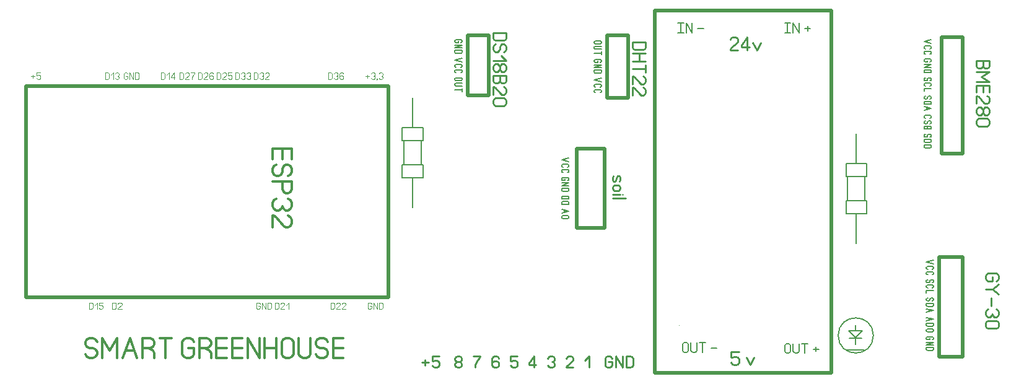
<source format=gbr>
%FSLAX34Y34*%
%MOMM*%
%LNSILK_TOP*%
G71*
G01*
%ADD10C, 0.20*%
%ADD11C, 0.11*%
%ADD12C, 0.33*%
%ADD13C, 0.50*%
%ADD14C, 0.22*%
%ADD15C, 0.27*%
%ADD16C, 0.17*%
%ADD17C, 0.00*%
%ADD18C, 0.15*%
%ADD19C, 0.17*%
%LPD*%
G54D10*
X551006Y-179100D02*
X551006Y-212100D01*
G54D10*
X575006Y-179100D02*
X575006Y-212100D01*
G54D10*
X549006Y-161100D02*
X549006Y-179100D01*
X577006Y-179100D01*
X577006Y-161100D01*
X549006Y-161100D01*
G54D10*
X549006Y-212100D02*
X549006Y-230100D01*
X577006Y-230100D01*
X577006Y-212100D01*
X549006Y-212100D01*
G54D10*
X562906Y-270600D02*
X562906Y-230000D01*
G54D10*
X562906Y-161100D02*
X562906Y-120600D01*
G54D11*
X41275Y-91361D02*
X46608Y-91361D01*
G54D11*
X43942Y-89139D02*
X43942Y-93583D01*
G54D11*
X54385Y-86361D02*
X49052Y-86361D01*
X49052Y-90250D01*
X49719Y-90250D01*
X51052Y-89694D01*
X52385Y-89694D01*
X53719Y-90250D01*
X54385Y-91361D01*
X54385Y-93583D01*
X53719Y-94694D01*
X52385Y-95250D01*
X51052Y-95250D01*
X49719Y-94694D01*
X49052Y-93583D01*
G54D11*
X170942Y-90806D02*
X173608Y-90806D01*
X173608Y-93583D01*
X172942Y-94694D01*
X171608Y-95250D01*
X170275Y-95250D01*
X168942Y-94694D01*
X168275Y-93583D01*
X168275Y-88028D01*
X168942Y-86917D01*
X170275Y-86361D01*
X171608Y-86361D01*
X172942Y-86917D01*
X173608Y-88028D01*
G54D11*
X176052Y-95250D02*
X176052Y-86361D01*
X181385Y-95250D01*
X181385Y-86361D01*
G54D11*
X183829Y-95250D02*
X183829Y-86361D01*
X187162Y-86361D01*
X188496Y-86917D01*
X189162Y-88028D01*
X189162Y-93583D01*
X188496Y-94694D01*
X187162Y-95250D01*
X183829Y-95250D01*
G54D11*
X142875Y-95250D02*
X142875Y-86361D01*
X146208Y-86361D01*
X147542Y-86917D01*
X148208Y-88028D01*
X148208Y-93583D01*
X147542Y-94694D01*
X146208Y-95250D01*
X142875Y-95250D01*
G54D11*
X150652Y-89694D02*
X153985Y-86361D01*
X153985Y-95250D01*
G54D11*
X156429Y-88028D02*
X157096Y-86917D01*
X158429Y-86361D01*
X159762Y-86361D01*
X161096Y-86917D01*
X161762Y-88028D01*
X161762Y-89139D01*
X161096Y-90250D01*
X159762Y-90806D01*
X161096Y-91361D01*
X161762Y-92472D01*
X161762Y-93583D01*
X161096Y-94694D01*
X159762Y-95250D01*
X158429Y-95250D01*
X157096Y-94694D01*
X156429Y-93583D01*
G54D11*
X219075Y-95250D02*
X219075Y-86361D01*
X222408Y-86361D01*
X223742Y-86917D01*
X224408Y-88028D01*
X224408Y-93583D01*
X223742Y-94694D01*
X222408Y-95250D01*
X219075Y-95250D01*
G54D11*
X226852Y-89694D02*
X230185Y-86361D01*
X230185Y-95250D01*
G54D11*
X236629Y-95250D02*
X236629Y-86361D01*
X232629Y-91917D01*
X232629Y-93028D01*
X237962Y-93028D01*
G54D11*
X244475Y-95250D02*
X244475Y-86361D01*
X247808Y-86361D01*
X249142Y-86917D01*
X249808Y-88028D01*
X249808Y-93583D01*
X249142Y-94694D01*
X247808Y-95250D01*
X244475Y-95250D01*
G54D11*
X257585Y-95250D02*
X252252Y-95250D01*
X252252Y-94694D01*
X252919Y-93583D01*
X256919Y-90250D01*
X257585Y-89139D01*
X257585Y-88028D01*
X256919Y-86917D01*
X255585Y-86361D01*
X254252Y-86361D01*
X252919Y-86917D01*
X252252Y-88028D01*
G54D11*
X260029Y-86361D02*
X265362Y-86361D01*
X264696Y-87472D01*
X263362Y-89139D01*
X262029Y-91361D01*
X261362Y-93028D01*
X261362Y-95250D01*
G54D11*
X269875Y-95250D02*
X269875Y-86361D01*
X273208Y-86361D01*
X274542Y-86917D01*
X275208Y-88028D01*
X275208Y-93583D01*
X274542Y-94694D01*
X273208Y-95250D01*
X269875Y-95250D01*
G54D11*
X282985Y-95250D02*
X277652Y-95250D01*
X277652Y-94694D01*
X278319Y-93583D01*
X282319Y-90250D01*
X282985Y-89139D01*
X282985Y-88028D01*
X282319Y-86917D01*
X280985Y-86361D01*
X279652Y-86361D01*
X278319Y-86917D01*
X277652Y-88028D01*
G54D11*
X290762Y-88028D02*
X290096Y-86917D01*
X288762Y-86361D01*
X287429Y-86361D01*
X286096Y-86917D01*
X285429Y-88028D01*
X285429Y-90806D01*
X285429Y-91361D01*
X287429Y-90250D01*
X288762Y-90250D01*
X290096Y-90806D01*
X290762Y-91917D01*
X290762Y-93583D01*
X290096Y-94694D01*
X288762Y-95250D01*
X287429Y-95250D01*
X286096Y-94694D01*
X285429Y-93583D01*
X285429Y-90806D01*
G54D11*
X295275Y-95250D02*
X295275Y-86361D01*
X298608Y-86361D01*
X299942Y-86917D01*
X300608Y-88028D01*
X300608Y-93583D01*
X299942Y-94694D01*
X298608Y-95250D01*
X295275Y-95250D01*
G54D11*
X308385Y-95250D02*
X303052Y-95250D01*
X303052Y-94694D01*
X303719Y-93583D01*
X307719Y-90250D01*
X308385Y-89139D01*
X308385Y-88028D01*
X307719Y-86917D01*
X306385Y-86361D01*
X305052Y-86361D01*
X303719Y-86917D01*
X303052Y-88028D01*
G54D11*
X316162Y-86361D02*
X310829Y-86361D01*
X310829Y-90250D01*
X311496Y-90250D01*
X312829Y-89694D01*
X314162Y-89694D01*
X315496Y-90250D01*
X316162Y-91361D01*
X316162Y-93583D01*
X315496Y-94694D01*
X314162Y-95250D01*
X312829Y-95250D01*
X311496Y-94694D01*
X310829Y-93583D01*
G54D11*
X320675Y-95250D02*
X320675Y-86361D01*
X324008Y-86361D01*
X325342Y-86917D01*
X326008Y-88028D01*
X326008Y-93583D01*
X325342Y-94694D01*
X324008Y-95250D01*
X320675Y-95250D01*
G54D11*
X328452Y-88028D02*
X329119Y-86917D01*
X330452Y-86361D01*
X331785Y-86361D01*
X333119Y-86917D01*
X333785Y-88028D01*
X333785Y-89139D01*
X333119Y-90250D01*
X331785Y-90806D01*
X333119Y-91361D01*
X333785Y-92472D01*
X333785Y-93583D01*
X333119Y-94694D01*
X331785Y-95250D01*
X330452Y-95250D01*
X329119Y-94694D01*
X328452Y-93583D01*
G54D11*
X336229Y-88028D02*
X336896Y-86917D01*
X338229Y-86361D01*
X339562Y-86361D01*
X340896Y-86917D01*
X341562Y-88028D01*
X341562Y-89139D01*
X340896Y-90250D01*
X339562Y-90806D01*
X340896Y-91361D01*
X341562Y-92472D01*
X341562Y-93583D01*
X340896Y-94694D01*
X339562Y-95250D01*
X338229Y-95250D01*
X336896Y-94694D01*
X336229Y-93583D01*
G54D11*
X346075Y-95250D02*
X346075Y-86361D01*
X349408Y-86361D01*
X350742Y-86917D01*
X351408Y-88028D01*
X351408Y-93583D01*
X350742Y-94694D01*
X349408Y-95250D01*
X346075Y-95250D01*
G54D11*
X353852Y-88028D02*
X354519Y-86917D01*
X355852Y-86361D01*
X357185Y-86361D01*
X358519Y-86917D01*
X359185Y-88028D01*
X359185Y-89139D01*
X358519Y-90250D01*
X357185Y-90806D01*
X358519Y-91361D01*
X359185Y-92472D01*
X359185Y-93583D01*
X358519Y-94694D01*
X357185Y-95250D01*
X355852Y-95250D01*
X354519Y-94694D01*
X353852Y-93583D01*
G54D11*
X366962Y-95250D02*
X361629Y-95250D01*
X361629Y-94694D01*
X362296Y-93583D01*
X366296Y-90250D01*
X366962Y-89139D01*
X366962Y-88028D01*
X366296Y-86917D01*
X364962Y-86361D01*
X363629Y-86361D01*
X362296Y-86917D01*
X361629Y-88028D01*
G54D11*
X447675Y-95250D02*
X447675Y-86361D01*
X451008Y-86361D01*
X452342Y-86917D01*
X453008Y-88028D01*
X453008Y-93583D01*
X452342Y-94694D01*
X451008Y-95250D01*
X447675Y-95250D01*
G54D11*
X455452Y-88028D02*
X456119Y-86917D01*
X457452Y-86361D01*
X458785Y-86361D01*
X460119Y-86917D01*
X460785Y-88028D01*
X460785Y-89139D01*
X460119Y-90250D01*
X458785Y-90806D01*
X460119Y-91361D01*
X460785Y-92472D01*
X460785Y-93583D01*
X460119Y-94694D01*
X458785Y-95250D01*
X457452Y-95250D01*
X456119Y-94694D01*
X455452Y-93583D01*
G54D11*
X468562Y-88028D02*
X467896Y-86917D01*
X466562Y-86361D01*
X465229Y-86361D01*
X463896Y-86917D01*
X463229Y-88028D01*
X463229Y-90806D01*
X463229Y-91361D01*
X465229Y-90250D01*
X466562Y-90250D01*
X467896Y-90806D01*
X468562Y-91917D01*
X468562Y-93583D01*
X467896Y-94694D01*
X466562Y-95250D01*
X465229Y-95250D01*
X463896Y-94694D01*
X463229Y-93583D01*
X463229Y-90806D01*
G54D11*
X498475Y-91361D02*
X503808Y-91361D01*
G54D11*
X501142Y-89139D02*
X501142Y-93583D01*
G54D11*
X506252Y-88028D02*
X506919Y-86917D01*
X508252Y-86361D01*
X509585Y-86361D01*
X510919Y-86917D01*
X511585Y-88028D01*
X511585Y-89139D01*
X510919Y-90250D01*
X509585Y-90806D01*
X510919Y-91361D01*
X511585Y-92472D01*
X511585Y-93583D01*
X510919Y-94694D01*
X509585Y-95250D01*
X508252Y-95250D01*
X506919Y-94694D01*
X506252Y-93583D01*
G54D11*
X514562Y-95250D02*
X514029Y-95250D01*
X514029Y-94806D01*
X514562Y-94806D01*
X514562Y-95250D01*
X514029Y-96361D01*
G54D11*
X517006Y-88028D02*
X517673Y-86917D01*
X519006Y-86361D01*
X520339Y-86361D01*
X521673Y-86917D01*
X522339Y-88028D01*
X522339Y-89139D01*
X521673Y-90250D01*
X520339Y-90806D01*
X521673Y-91361D01*
X522339Y-92472D01*
X522339Y-93583D01*
X521673Y-94694D01*
X520339Y-95250D01*
X519006Y-95250D01*
X517673Y-94694D01*
X517006Y-93583D01*
G54D11*
X504317Y-405131D02*
X506983Y-405131D01*
X506983Y-407908D01*
X506317Y-409019D01*
X504983Y-409575D01*
X503650Y-409575D01*
X502317Y-409019D01*
X501650Y-407908D01*
X501650Y-402353D01*
X502317Y-401242D01*
X503650Y-400686D01*
X504983Y-400686D01*
X506317Y-401242D01*
X506983Y-402353D01*
G54D11*
X509427Y-409575D02*
X509427Y-400686D01*
X514760Y-409575D01*
X514760Y-400686D01*
G54D11*
X517204Y-409575D02*
X517204Y-400686D01*
X520537Y-400686D01*
X521871Y-401242D01*
X522537Y-402353D01*
X522537Y-407908D01*
X521871Y-409019D01*
X520537Y-409575D01*
X517204Y-409575D01*
G54D11*
X120650Y-409575D02*
X120650Y-400686D01*
X123983Y-400686D01*
X125317Y-401242D01*
X125983Y-402353D01*
X125983Y-407908D01*
X125317Y-409019D01*
X123983Y-409575D01*
X120650Y-409575D01*
G54D11*
X128427Y-404019D02*
X131760Y-400686D01*
X131760Y-409575D01*
G54D11*
X139537Y-400686D02*
X134204Y-400686D01*
X134204Y-404575D01*
X134871Y-404575D01*
X136204Y-404019D01*
X137537Y-404019D01*
X138871Y-404575D01*
X139537Y-405686D01*
X139537Y-407908D01*
X138871Y-409019D01*
X137537Y-409575D01*
X136204Y-409575D01*
X134871Y-409019D01*
X134204Y-407908D01*
G54D11*
X374650Y-409575D02*
X374650Y-400686D01*
X377983Y-400686D01*
X379317Y-401242D01*
X379983Y-402353D01*
X379983Y-407908D01*
X379317Y-409019D01*
X377983Y-409575D01*
X374650Y-409575D01*
G54D11*
X387760Y-409575D02*
X382427Y-409575D01*
X382427Y-409019D01*
X383094Y-407908D01*
X387094Y-404575D01*
X387760Y-403464D01*
X387760Y-402353D01*
X387094Y-401242D01*
X385760Y-400686D01*
X384427Y-400686D01*
X383094Y-401242D01*
X382427Y-402353D01*
G54D11*
X390204Y-404019D02*
X393537Y-400686D01*
X393537Y-409575D01*
G54D11*
X450850Y-409575D02*
X450850Y-400686D01*
X454183Y-400686D01*
X455517Y-401242D01*
X456183Y-402353D01*
X456183Y-407908D01*
X455517Y-409019D01*
X454183Y-409575D01*
X450850Y-409575D01*
G54D11*
X463960Y-409575D02*
X458627Y-409575D01*
X458627Y-409019D01*
X459294Y-407908D01*
X463294Y-404575D01*
X463960Y-403464D01*
X463960Y-402353D01*
X463294Y-401242D01*
X461960Y-400686D01*
X460627Y-400686D01*
X459294Y-401242D01*
X458627Y-402353D01*
G54D11*
X471737Y-409575D02*
X466404Y-409575D01*
X466404Y-409019D01*
X467071Y-407908D01*
X471071Y-404575D01*
X471737Y-403464D01*
X471737Y-402353D01*
X471071Y-401242D01*
X469737Y-400686D01*
X468404Y-400686D01*
X467071Y-401242D01*
X466404Y-402353D01*
G54D12*
X371475Y-204500D02*
X371475Y-190500D01*
X398142Y-190500D01*
X398142Y-204500D01*
G54D12*
X384808Y-190500D02*
X384808Y-204500D01*
G54D12*
X376475Y-211833D02*
X373142Y-213833D01*
X371475Y-217833D01*
X371475Y-221833D01*
X373142Y-225833D01*
X376475Y-227833D01*
X379808Y-227833D01*
X383142Y-225833D01*
X384808Y-221833D01*
X384808Y-217833D01*
X386475Y-213833D01*
X389808Y-211833D01*
X393142Y-211833D01*
X396475Y-213833D01*
X398142Y-217833D01*
X398142Y-221833D01*
X396475Y-225833D01*
X393142Y-227833D01*
G54D12*
X371475Y-235166D02*
X398142Y-235166D01*
X398142Y-245166D01*
X396475Y-249166D01*
X393142Y-251166D01*
X389808Y-251166D01*
X386475Y-249166D01*
X384808Y-245166D01*
X384808Y-235166D01*
G54D12*
X393142Y-258499D02*
X396475Y-260499D01*
X398142Y-264499D01*
X398142Y-268499D01*
X396475Y-272499D01*
X393142Y-274499D01*
X389808Y-274499D01*
X386475Y-272499D01*
X384808Y-268499D01*
X383142Y-272499D01*
X379808Y-274499D01*
X376475Y-274499D01*
X373142Y-272499D01*
X371475Y-268499D01*
X371475Y-264499D01*
X373142Y-260499D01*
X376475Y-258499D01*
G54D12*
X371475Y-297832D02*
X371475Y-281832D01*
X373142Y-281832D01*
X376475Y-283832D01*
X386475Y-295832D01*
X389808Y-297832D01*
X393142Y-297832D01*
X396475Y-295832D01*
X398142Y-291832D01*
X398142Y-287832D01*
X396475Y-283832D01*
X393142Y-281832D01*
G54D11*
X351917Y-405131D02*
X354583Y-405131D01*
X354583Y-407908D01*
X353917Y-409019D01*
X352583Y-409575D01*
X351250Y-409575D01*
X349917Y-409019D01*
X349250Y-407908D01*
X349250Y-402353D01*
X349917Y-401242D01*
X351250Y-400686D01*
X352583Y-400686D01*
X353917Y-401242D01*
X354583Y-402353D01*
G54D11*
X357027Y-409575D02*
X357027Y-400686D01*
X362360Y-409575D01*
X362360Y-400686D01*
G54D11*
X364804Y-409575D02*
X364804Y-400686D01*
X368137Y-400686D01*
X369471Y-401242D01*
X370137Y-402353D01*
X370137Y-407908D01*
X369471Y-409019D01*
X368137Y-409575D01*
X364804Y-409575D01*
G54D13*
X34925Y-104775D02*
X530225Y-104775D01*
X530225Y-393700D01*
X34925Y-393700D01*
G54D13*
X34925Y-393700D02*
X34925Y-104775D01*
G54D14*
X1355089Y-365696D02*
X1355089Y-371029D01*
X1349533Y-371029D01*
X1347311Y-369696D01*
X1346200Y-367029D01*
X1346200Y-364362D01*
X1347311Y-361696D01*
X1349533Y-360362D01*
X1360644Y-360362D01*
X1362867Y-361696D01*
X1363978Y-364362D01*
X1363978Y-367029D01*
X1362867Y-369696D01*
X1360644Y-371029D01*
G54D14*
X1363978Y-375918D02*
X1355089Y-382585D01*
X1346200Y-382585D01*
G54D14*
X1355089Y-382585D02*
X1363978Y-389252D01*
G54D14*
X1353978Y-394140D02*
X1353978Y-404807D01*
G54D14*
X1360644Y-409696D02*
X1362867Y-411030D01*
X1363978Y-413696D01*
X1363978Y-416363D01*
X1362867Y-419030D01*
X1360644Y-420363D01*
X1358422Y-420363D01*
X1356200Y-419030D01*
X1355089Y-416363D01*
X1353978Y-419030D01*
X1351756Y-420363D01*
X1349533Y-420363D01*
X1347311Y-419030D01*
X1346200Y-416363D01*
X1346200Y-413696D01*
X1347311Y-411030D01*
X1349533Y-409696D01*
G54D14*
X1360644Y-435919D02*
X1349533Y-435919D01*
X1347311Y-434586D01*
X1346200Y-431919D01*
X1346200Y-429252D01*
X1347311Y-426586D01*
X1349533Y-425252D01*
X1360644Y-425252D01*
X1362867Y-426586D01*
X1363978Y-429252D01*
X1363978Y-431919D01*
X1362867Y-434586D01*
X1360644Y-435919D01*
G54D14*
X1333500Y-69850D02*
X1351278Y-69850D01*
X1351278Y-76517D01*
X1350167Y-79183D01*
X1347944Y-80517D01*
X1345722Y-80517D01*
X1343500Y-79183D01*
X1342389Y-76517D01*
X1341278Y-79183D01*
X1339056Y-80517D01*
X1336833Y-80517D01*
X1334611Y-79183D01*
X1333500Y-76517D01*
X1333500Y-69850D01*
G54D14*
X1342389Y-69850D02*
X1342389Y-76517D01*
G54D14*
X1333500Y-85406D02*
X1351278Y-85406D01*
X1340167Y-92073D01*
X1351278Y-98739D01*
X1333500Y-98739D01*
G54D14*
X1333500Y-112961D02*
X1333500Y-103628D01*
X1351278Y-103628D01*
X1351278Y-112961D01*
G54D14*
X1342389Y-103628D02*
X1342389Y-112961D01*
G54D14*
X1333500Y-128517D02*
X1333500Y-117850D01*
X1334611Y-117850D01*
X1336833Y-119183D01*
X1343500Y-127183D01*
X1345722Y-128517D01*
X1347944Y-128517D01*
X1350167Y-127183D01*
X1351278Y-124517D01*
X1351278Y-121850D01*
X1350167Y-119183D01*
X1347944Y-117850D01*
G54D14*
X1342389Y-140073D02*
X1342389Y-137406D01*
X1343500Y-134739D01*
X1345722Y-133406D01*
X1347944Y-133406D01*
X1350167Y-134739D01*
X1351278Y-137406D01*
X1351278Y-140073D01*
X1350167Y-142739D01*
X1347944Y-144073D01*
X1345722Y-144073D01*
X1343500Y-142739D01*
X1342389Y-140073D01*
X1341278Y-142739D01*
X1339056Y-144073D01*
X1336833Y-144073D01*
X1334611Y-142739D01*
X1333500Y-140073D01*
X1333500Y-137406D01*
X1334611Y-134739D01*
X1336833Y-133406D01*
X1339056Y-133406D01*
X1341278Y-134739D01*
X1342389Y-137406D01*
G54D14*
X1347944Y-159629D02*
X1336833Y-159629D01*
X1334611Y-158295D01*
X1333500Y-155629D01*
X1333500Y-152962D01*
X1334611Y-150295D01*
X1336833Y-148962D01*
X1347944Y-148962D01*
X1350167Y-150295D01*
X1351278Y-152962D01*
X1351278Y-155629D01*
X1350167Y-158295D01*
X1347944Y-159629D01*
G54D14*
X863600Y-44450D02*
X881378Y-44450D01*
X881378Y-51117D01*
X880267Y-53783D01*
X878044Y-55117D01*
X866933Y-55117D01*
X864711Y-53783D01*
X863600Y-51117D01*
X863600Y-44450D01*
G54D14*
X863600Y-60006D02*
X881378Y-60006D01*
G54D14*
X863600Y-70673D02*
X881378Y-70673D01*
G54D14*
X872489Y-60006D02*
X872489Y-70673D01*
G54D14*
X863600Y-80895D02*
X881378Y-80895D01*
G54D14*
X881378Y-75562D02*
X881378Y-86229D01*
G54D14*
X863600Y-101785D02*
X863600Y-91118D01*
X864711Y-91118D01*
X866933Y-92451D01*
X873600Y-100451D01*
X875822Y-101785D01*
X878044Y-101785D01*
X880267Y-100451D01*
X881378Y-97785D01*
X881378Y-95118D01*
X880267Y-92451D01*
X878044Y-91118D01*
G54D14*
X863600Y-117341D02*
X863600Y-106674D01*
X864711Y-106674D01*
X866933Y-108007D01*
X873600Y-116007D01*
X875822Y-117341D01*
X878044Y-117341D01*
X880267Y-116007D01*
X881378Y-113341D01*
X881378Y-110674D01*
X880267Y-108007D01*
X878044Y-106674D01*
G54D14*
X673100Y-31750D02*
X690878Y-31750D01*
X690878Y-38417D01*
X689767Y-41083D01*
X687544Y-42417D01*
X676433Y-42417D01*
X674211Y-41083D01*
X673100Y-38417D01*
X673100Y-31750D01*
G54D14*
X676433Y-47306D02*
X674211Y-48639D01*
X673100Y-51306D01*
X673100Y-53973D01*
X674211Y-56639D01*
X676433Y-57973D01*
X678656Y-57973D01*
X680878Y-56639D01*
X681989Y-53973D01*
X681989Y-51306D01*
X683100Y-48639D01*
X685322Y-47306D01*
X687544Y-47306D01*
X689767Y-48639D01*
X690878Y-51306D01*
X690878Y-53973D01*
X689767Y-56639D01*
X687544Y-57973D01*
G54D14*
X684211Y-62862D02*
X690878Y-69529D01*
X673100Y-69529D01*
G54D14*
X681989Y-81085D02*
X681989Y-78418D01*
X683100Y-75751D01*
X685322Y-74418D01*
X687544Y-74418D01*
X689767Y-75751D01*
X690878Y-78418D01*
X690878Y-81085D01*
X689767Y-83751D01*
X687544Y-85085D01*
X685322Y-85085D01*
X683100Y-83751D01*
X681989Y-81085D01*
X680878Y-83751D01*
X678656Y-85085D01*
X676433Y-85085D01*
X674211Y-83751D01*
X673100Y-81085D01*
X673100Y-78418D01*
X674211Y-75751D01*
X676433Y-74418D01*
X678656Y-74418D01*
X680878Y-75751D01*
X681989Y-78418D01*
G54D14*
X673100Y-89974D02*
X690878Y-89974D01*
X690878Y-96641D01*
X689767Y-99307D01*
X687544Y-100641D01*
X685322Y-100641D01*
X683100Y-99307D01*
X681989Y-96641D01*
X680878Y-99307D01*
X678656Y-100641D01*
X676433Y-100641D01*
X674211Y-99307D01*
X673100Y-96641D01*
X673100Y-89974D01*
G54D14*
X681989Y-89974D02*
X681989Y-96641D01*
G54D14*
X673100Y-116197D02*
X673100Y-105530D01*
X674211Y-105530D01*
X676433Y-106863D01*
X683100Y-114863D01*
X685322Y-116197D01*
X687544Y-116197D01*
X689767Y-114863D01*
X690878Y-112197D01*
X690878Y-109530D01*
X689767Y-106863D01*
X687544Y-105530D01*
G54D14*
X687544Y-131753D02*
X676433Y-131753D01*
X674211Y-130419D01*
X673100Y-127753D01*
X673100Y-125086D01*
X674211Y-122419D01*
X676433Y-121086D01*
X687544Y-121086D01*
X689767Y-122419D01*
X690878Y-125086D01*
X690878Y-127753D01*
X689767Y-130419D01*
X687544Y-131753D01*
G54D15*
X575718Y-482593D02*
X584785Y-482593D01*
G54D15*
X580251Y-478816D02*
X580251Y-486371D01*
G54D15*
X599141Y-474093D02*
X590074Y-474093D01*
X590074Y-480704D01*
X591207Y-480704D01*
X593474Y-479760D01*
X595741Y-479760D01*
X598007Y-480704D01*
X599141Y-482593D01*
X599141Y-486371D01*
X598007Y-488260D01*
X595741Y-489204D01*
X593474Y-489204D01*
X591207Y-488260D01*
X590074Y-486371D01*
G54D15*
X626645Y-481649D02*
X624378Y-481649D01*
X622111Y-480704D01*
X620978Y-478816D01*
X620978Y-476927D01*
X622111Y-475038D01*
X624378Y-474093D01*
X626645Y-474093D01*
X628911Y-475038D01*
X630045Y-476927D01*
X630045Y-478816D01*
X628911Y-480704D01*
X626645Y-481649D01*
X628911Y-482593D01*
X630045Y-484482D01*
X630045Y-486371D01*
X628911Y-488260D01*
X626645Y-489204D01*
X624378Y-489204D01*
X622111Y-488260D01*
X620978Y-486371D01*
X620978Y-484482D01*
X622111Y-482593D01*
X624378Y-481649D01*
G54D15*
X646366Y-474093D02*
X655433Y-474093D01*
X654299Y-475982D01*
X652033Y-478816D01*
X649766Y-482593D01*
X648633Y-485427D01*
X648633Y-489204D01*
G54D15*
X680821Y-476927D02*
X679687Y-475038D01*
X677421Y-474093D01*
X675154Y-474093D01*
X672887Y-475038D01*
X671754Y-476927D01*
X671754Y-481649D01*
X671754Y-482593D01*
X675154Y-480704D01*
X677421Y-480704D01*
X679687Y-481649D01*
X680821Y-483538D01*
X680821Y-486371D01*
X679687Y-488260D01*
X677421Y-489204D01*
X675154Y-489204D01*
X672887Y-488260D01*
X671754Y-486371D01*
X671754Y-481649D01*
G54D15*
X706209Y-474093D02*
X697142Y-474093D01*
X697142Y-480704D01*
X698275Y-480704D01*
X700542Y-479760D01*
X702809Y-479760D01*
X705075Y-480704D01*
X706209Y-482593D01*
X706209Y-486371D01*
X705075Y-488260D01*
X702809Y-489204D01*
X700542Y-489204D01*
X698275Y-488260D01*
X697142Y-486371D01*
G54D15*
X729330Y-489204D02*
X729330Y-474093D01*
X722530Y-483538D01*
X722530Y-485427D01*
X731597Y-485427D01*
G54D15*
X747918Y-476927D02*
X749051Y-475038D01*
X751318Y-474093D01*
X753585Y-474093D01*
X755851Y-475038D01*
X756985Y-476927D01*
X756985Y-478816D01*
X755851Y-480704D01*
X753585Y-481649D01*
X755851Y-482593D01*
X756985Y-484482D01*
X756985Y-486371D01*
X755851Y-488260D01*
X753585Y-489204D01*
X751318Y-489204D01*
X749051Y-488260D01*
X747918Y-486371D01*
G54D15*
X782373Y-489204D02*
X773306Y-489204D01*
X773306Y-488260D01*
X774439Y-486371D01*
X781239Y-480704D01*
X782373Y-478816D01*
X782373Y-476927D01*
X781239Y-475038D01*
X778973Y-474093D01*
X776706Y-474093D01*
X774439Y-475038D01*
X773306Y-476927D01*
G54D15*
X798694Y-479760D02*
X804361Y-474093D01*
X804361Y-489204D01*
G54D15*
X830731Y-481649D02*
X835265Y-481649D01*
X835265Y-486371D01*
X834131Y-488260D01*
X831865Y-489204D01*
X829598Y-489204D01*
X827331Y-488260D01*
X826198Y-486371D01*
X826198Y-476927D01*
X827331Y-475038D01*
X829598Y-474093D01*
X831865Y-474093D01*
X834131Y-475038D01*
X835265Y-476927D01*
G54D15*
X840554Y-489204D02*
X840554Y-474093D01*
X849621Y-489204D01*
X849621Y-474093D01*
G54D15*
X854910Y-489204D02*
X854910Y-474093D01*
X860577Y-474093D01*
X862843Y-475038D01*
X863977Y-476927D01*
X863977Y-486371D01*
X862843Y-488260D01*
X860577Y-489204D01*
X854910Y-489204D01*
G54D14*
X837724Y-227012D02*
X836612Y-229679D01*
X836612Y-232346D01*
X837724Y-235012D01*
X839946Y-235012D01*
X841057Y-233679D01*
X842168Y-228346D01*
X843279Y-227012D01*
X845501Y-227012D01*
X846612Y-229679D01*
X846612Y-232346D01*
X845501Y-235012D01*
G54D14*
X839279Y-247902D02*
X843724Y-247902D01*
X845946Y-246568D01*
X846612Y-243902D01*
X845946Y-241235D01*
X843724Y-239902D01*
X839279Y-239902D01*
X837057Y-241235D01*
X836612Y-243902D01*
X837057Y-246568D01*
X839279Y-247902D01*
G54D14*
X836612Y-252790D02*
X846612Y-252790D01*
G54D14*
X849946Y-252790D02*
X849946Y-252790D01*
G54D14*
X836612Y-257680D02*
X854390Y-257680D01*
G54D16*
X1275015Y-342900D02*
X1265238Y-345344D01*
X1275015Y-347789D01*
G54D16*
X1267071Y-355122D02*
X1265849Y-354633D01*
X1265238Y-353656D01*
X1265238Y-352678D01*
X1265849Y-351700D01*
X1267071Y-351211D01*
X1273182Y-351211D01*
X1274404Y-351700D01*
X1275015Y-352678D01*
X1275015Y-353656D01*
X1274404Y-354633D01*
X1273182Y-355122D01*
G54D16*
X1267071Y-362455D02*
X1265849Y-361966D01*
X1265238Y-360988D01*
X1265238Y-360011D01*
X1265849Y-359033D01*
X1267071Y-358544D01*
X1273182Y-358544D01*
X1274404Y-359033D01*
X1275015Y-360011D01*
X1275015Y-360988D01*
X1274404Y-361966D01*
X1273182Y-362455D01*
G54D16*
X1267071Y-369397D02*
X1265849Y-369886D01*
X1265238Y-370864D01*
X1265238Y-371842D01*
X1265849Y-372819D01*
X1267071Y-373308D01*
X1268293Y-373308D01*
X1269515Y-372819D01*
X1270126Y-371842D01*
X1270126Y-370864D01*
X1270738Y-369886D01*
X1271960Y-369397D01*
X1273182Y-369397D01*
X1274404Y-369886D01*
X1275015Y-370864D01*
X1275015Y-371842D01*
X1274404Y-372819D01*
X1273182Y-373308D01*
G54D16*
X1267071Y-380641D02*
X1265849Y-380152D01*
X1265238Y-379174D01*
X1265238Y-378197D01*
X1265849Y-377219D01*
X1267071Y-376730D01*
X1273182Y-376730D01*
X1274404Y-377219D01*
X1275015Y-378197D01*
X1275015Y-379174D01*
X1274404Y-380152D01*
X1273182Y-380641D01*
G54D16*
X1275015Y-384063D02*
X1265238Y-384063D01*
X1265238Y-387485D01*
G54D16*
X1267071Y-394427D02*
X1265849Y-394916D01*
X1265238Y-395894D01*
X1265238Y-396872D01*
X1265849Y-397849D01*
X1267071Y-398338D01*
X1268293Y-398338D01*
X1269515Y-397849D01*
X1270126Y-396872D01*
X1270126Y-395894D01*
X1270738Y-394916D01*
X1271960Y-394427D01*
X1273182Y-394427D01*
X1274404Y-394916D01*
X1275015Y-395894D01*
X1275015Y-396872D01*
X1274404Y-397849D01*
X1273182Y-398338D01*
G54D16*
X1265238Y-401760D02*
X1275015Y-401760D01*
X1275015Y-404204D01*
X1274404Y-405182D01*
X1273182Y-405671D01*
X1267071Y-405671D01*
X1265849Y-405182D01*
X1265238Y-404204D01*
X1265238Y-401760D01*
G54D16*
X1265238Y-409093D02*
X1275015Y-411538D01*
X1265238Y-413982D01*
G54D16*
X1268904Y-410071D02*
X1268904Y-413004D01*
G54D16*
X1265238Y-420924D02*
X1275015Y-423368D01*
X1265238Y-425813D01*
G54D16*
X1268904Y-421902D02*
X1268904Y-424835D01*
G54D16*
X1265238Y-429235D02*
X1275015Y-429235D01*
X1275015Y-431680D01*
X1274404Y-432657D01*
X1273182Y-433146D01*
X1267071Y-433146D01*
X1265849Y-432657D01*
X1265238Y-431680D01*
X1265238Y-429235D01*
G54D16*
X1273182Y-440479D02*
X1267071Y-440479D01*
X1265849Y-439990D01*
X1265238Y-439012D01*
X1265238Y-438035D01*
X1265849Y-437057D01*
X1267071Y-436568D01*
X1273182Y-436568D01*
X1274404Y-437057D01*
X1275015Y-438035D01*
X1275015Y-439012D01*
X1274404Y-439990D01*
X1273182Y-440479D01*
G54D16*
X1270126Y-449376D02*
X1270126Y-451332D01*
X1267071Y-451332D01*
X1265849Y-450843D01*
X1265238Y-449866D01*
X1265238Y-448888D01*
X1265849Y-447910D01*
X1267071Y-447421D01*
X1273182Y-447421D01*
X1274404Y-447910D01*
X1275015Y-448888D01*
X1275015Y-449866D01*
X1274404Y-450843D01*
X1273182Y-451332D01*
G54D16*
X1265238Y-454754D02*
X1275015Y-454754D01*
X1265238Y-458665D01*
X1275015Y-458665D01*
G54D16*
X1265238Y-462087D02*
X1275015Y-462087D01*
X1275015Y-464532D01*
X1274404Y-465509D01*
X1273182Y-465998D01*
X1267071Y-465998D01*
X1265849Y-465509D01*
X1265238Y-464532D01*
X1265238Y-462087D01*
G54D16*
X1271840Y-41275D02*
X1262062Y-43720D01*
X1271840Y-46164D01*
G54D16*
X1263896Y-53497D02*
X1262674Y-53008D01*
X1262062Y-52030D01*
X1262062Y-51053D01*
X1262674Y-50075D01*
X1263896Y-49586D01*
X1270007Y-49586D01*
X1271229Y-50075D01*
X1271840Y-51053D01*
X1271840Y-52030D01*
X1271229Y-53008D01*
X1270007Y-53497D01*
G54D16*
X1263896Y-60830D02*
X1262674Y-60341D01*
X1262062Y-59364D01*
X1262062Y-58386D01*
X1262674Y-57408D01*
X1263896Y-56919D01*
X1270007Y-56919D01*
X1271229Y-57408D01*
X1271840Y-58386D01*
X1271840Y-59364D01*
X1271229Y-60341D01*
X1270007Y-60830D01*
G54D16*
X1266951Y-69728D02*
X1266951Y-71683D01*
X1263896Y-71683D01*
X1262674Y-71194D01*
X1262062Y-70216D01*
X1262062Y-69239D01*
X1262674Y-68261D01*
X1263896Y-67772D01*
X1270007Y-67772D01*
X1271229Y-68261D01*
X1271840Y-69239D01*
X1271840Y-70216D01*
X1271229Y-71194D01*
X1270007Y-71683D01*
G54D16*
X1262062Y-75105D02*
X1271840Y-75105D01*
X1262062Y-79016D01*
X1271840Y-79016D01*
G54D16*
X1262062Y-82438D02*
X1271840Y-82438D01*
X1271840Y-84882D01*
X1271229Y-85860D01*
X1270007Y-86349D01*
X1263896Y-86349D01*
X1262674Y-85860D01*
X1262062Y-84882D01*
X1262062Y-82438D01*
G54D16*
X1263896Y-93291D02*
X1262674Y-93780D01*
X1262062Y-94758D01*
X1262062Y-95736D01*
X1262674Y-96713D01*
X1263896Y-97202D01*
X1265118Y-97202D01*
X1266340Y-96713D01*
X1266951Y-95736D01*
X1266951Y-94758D01*
X1267562Y-93780D01*
X1268785Y-93291D01*
X1270007Y-93291D01*
X1271229Y-93780D01*
X1271840Y-94758D01*
X1271840Y-95736D01*
X1271229Y-96713D01*
X1270007Y-97202D01*
G54D16*
X1263896Y-104535D02*
X1262674Y-104046D01*
X1262062Y-103068D01*
X1262062Y-102091D01*
X1262674Y-101113D01*
X1263896Y-100624D01*
X1270007Y-100624D01*
X1271229Y-101113D01*
X1271840Y-102091D01*
X1271840Y-103068D01*
X1271229Y-104046D01*
X1270007Y-104535D01*
G54D16*
X1271840Y-107957D02*
X1262062Y-107957D01*
X1262062Y-111379D01*
G54D16*
X1263896Y-118321D02*
X1262674Y-118810D01*
X1262062Y-119788D01*
X1262062Y-120766D01*
X1262674Y-121743D01*
X1263896Y-122232D01*
X1265118Y-122232D01*
X1266340Y-121743D01*
X1266951Y-120766D01*
X1266951Y-119788D01*
X1267562Y-118810D01*
X1268785Y-118321D01*
X1270007Y-118321D01*
X1271229Y-118810D01*
X1271840Y-119788D01*
X1271840Y-120766D01*
X1271229Y-121743D01*
X1270007Y-122232D01*
G54D16*
X1262062Y-125654D02*
X1271840Y-125654D01*
X1271840Y-128098D01*
X1271229Y-129076D01*
X1270007Y-129565D01*
X1263896Y-129565D01*
X1262674Y-129076D01*
X1262062Y-128098D01*
X1262062Y-125654D01*
G54D16*
X1262062Y-132987D02*
X1271840Y-135432D01*
X1262062Y-137876D01*
G54D16*
X1265729Y-133965D02*
X1265729Y-136898D01*
G54D16*
X1263896Y-148729D02*
X1262674Y-148240D01*
X1262062Y-147262D01*
X1262062Y-146285D01*
X1262674Y-145307D01*
X1263896Y-144818D01*
X1270007Y-144818D01*
X1271229Y-145307D01*
X1271840Y-146285D01*
X1271840Y-147262D01*
X1271229Y-148240D01*
X1270007Y-148729D01*
G54D16*
X1263896Y-152151D02*
X1262674Y-152640D01*
X1262062Y-153618D01*
X1262062Y-154596D01*
X1262674Y-155573D01*
X1263896Y-156062D01*
X1265118Y-156062D01*
X1266340Y-155573D01*
X1266951Y-154596D01*
X1266951Y-153618D01*
X1267562Y-152640D01*
X1268785Y-152151D01*
X1270007Y-152151D01*
X1271229Y-152640D01*
X1271840Y-153618D01*
X1271840Y-154596D01*
X1271229Y-155573D01*
X1270007Y-156062D01*
G54D16*
X1262062Y-159484D02*
X1271840Y-159484D01*
X1271840Y-161928D01*
X1271229Y-162906D01*
X1270007Y-163395D01*
X1268785Y-163395D01*
X1267562Y-162906D01*
X1266951Y-161928D01*
X1266340Y-162906D01*
X1265118Y-163395D01*
X1263896Y-163395D01*
X1262674Y-162906D01*
X1262062Y-161928D01*
X1262062Y-159484D01*
G54D16*
X1266951Y-159484D02*
X1266951Y-161928D01*
G54D16*
X1263896Y-170337D02*
X1262674Y-170826D01*
X1262062Y-171804D01*
X1262062Y-172782D01*
X1262674Y-173759D01*
X1263896Y-174248D01*
X1265118Y-174248D01*
X1266340Y-173759D01*
X1266951Y-172782D01*
X1266951Y-171804D01*
X1267562Y-170826D01*
X1268785Y-170337D01*
X1270007Y-170337D01*
X1271229Y-170826D01*
X1271840Y-171804D01*
X1271840Y-172782D01*
X1271229Y-173759D01*
X1270007Y-174248D01*
G54D16*
X1262062Y-177670D02*
X1271840Y-177670D01*
X1271840Y-180114D01*
X1271229Y-181092D01*
X1270007Y-181581D01*
X1263896Y-181581D01*
X1262674Y-181092D01*
X1262062Y-180114D01*
X1262062Y-177670D01*
G54D16*
X1270007Y-188914D02*
X1263896Y-188914D01*
X1262674Y-188425D01*
X1262062Y-187448D01*
X1262062Y-186470D01*
X1262674Y-185492D01*
X1263896Y-185003D01*
X1270007Y-185003D01*
X1271229Y-185492D01*
X1271840Y-186470D01*
X1271840Y-187448D01*
X1271229Y-188425D01*
X1270007Y-188914D01*
G54D16*
X819157Y-46774D02*
X813046Y-46774D01*
X811824Y-46285D01*
X811212Y-45307D01*
X811212Y-44329D01*
X811824Y-43351D01*
X813046Y-42862D01*
X819157Y-42862D01*
X820379Y-43351D01*
X820990Y-44329D01*
X820990Y-45307D01*
X820379Y-46285D01*
X819157Y-46774D01*
G54D16*
X820990Y-50196D02*
X813046Y-50196D01*
X811824Y-50684D01*
X811212Y-51662D01*
X811212Y-52640D01*
X811824Y-53618D01*
X813046Y-54107D01*
X820990Y-54107D01*
G54D16*
X811212Y-59484D02*
X820990Y-59484D01*
G54D16*
X820990Y-57528D02*
X820990Y-61440D01*
G54D16*
X816101Y-70337D02*
X816101Y-72293D01*
X813046Y-72293D01*
X811824Y-71804D01*
X811212Y-70826D01*
X811212Y-69848D01*
X811824Y-68870D01*
X813046Y-68382D01*
X819157Y-68382D01*
X820379Y-68870D01*
X820990Y-69848D01*
X820990Y-70826D01*
X820379Y-71804D01*
X819157Y-72293D01*
G54D16*
X811212Y-75714D02*
X820990Y-75714D01*
X811212Y-79626D01*
X820990Y-79626D01*
G54D16*
X811212Y-83048D02*
X820990Y-83048D01*
X820990Y-85492D01*
X820379Y-86470D01*
X819157Y-86959D01*
X813046Y-86959D01*
X811824Y-86470D01*
X811212Y-85492D01*
X811212Y-83048D01*
G54D16*
X820990Y-93900D02*
X811212Y-96345D01*
X820990Y-98789D01*
G54D16*
X813046Y-106123D02*
X811824Y-105634D01*
X811212Y-104656D01*
X811212Y-103678D01*
X811824Y-102700D01*
X813046Y-102212D01*
X819157Y-102212D01*
X820379Y-102700D01*
X820990Y-103678D01*
X820990Y-104656D01*
X820379Y-105634D01*
X819157Y-106123D01*
G54D16*
X813046Y-113456D02*
X811824Y-112967D01*
X811212Y-111989D01*
X811212Y-111011D01*
X811824Y-110033D01*
X813046Y-109544D01*
X819157Y-109544D01*
X820379Y-110033D01*
X820990Y-111011D01*
X820990Y-111989D01*
X820379Y-112967D01*
X819157Y-113456D01*
G54D16*
X625601Y-43231D02*
X625601Y-45186D01*
X622546Y-45186D01*
X621324Y-44697D01*
X620712Y-43719D01*
X620712Y-42742D01*
X621324Y-41764D01*
X622546Y-41275D01*
X628657Y-41275D01*
X629879Y-41764D01*
X630490Y-42742D01*
X630490Y-43719D01*
X629879Y-44697D01*
X628657Y-45186D01*
G54D16*
X620712Y-48608D02*
X630490Y-48608D01*
X620712Y-52519D01*
X630490Y-52519D01*
G54D16*
X620712Y-55941D02*
X630490Y-55941D01*
X630490Y-58385D01*
X629879Y-59363D01*
X628657Y-59852D01*
X622546Y-59852D01*
X621324Y-59363D01*
X620712Y-58385D01*
X620712Y-55941D01*
G54D16*
X630490Y-66794D02*
X620712Y-69238D01*
X630490Y-71683D01*
G54D16*
X622546Y-79016D02*
X621324Y-78527D01*
X620712Y-77549D01*
X620712Y-76572D01*
X621324Y-75594D01*
X622546Y-75105D01*
X628657Y-75105D01*
X629879Y-75594D01*
X630490Y-76572D01*
X630490Y-77549D01*
X629879Y-78527D01*
X628657Y-79016D01*
G54D16*
X622546Y-86349D02*
X621324Y-85860D01*
X620712Y-84882D01*
X620712Y-83905D01*
X621324Y-82927D01*
X622546Y-82438D01*
X628657Y-82438D01*
X629879Y-82927D01*
X630490Y-83905D01*
X630490Y-84882D01*
X629879Y-85860D01*
X628657Y-86349D01*
G54D16*
X628657Y-97202D02*
X622546Y-97202D01*
X621324Y-96713D01*
X620712Y-95735D01*
X620712Y-94758D01*
X621324Y-93780D01*
X622546Y-93291D01*
X628657Y-93291D01*
X629879Y-93780D01*
X630490Y-94758D01*
X630490Y-95735D01*
X629879Y-96713D01*
X628657Y-97202D01*
G54D16*
X630490Y-100624D02*
X622546Y-100624D01*
X621324Y-101113D01*
X620712Y-102091D01*
X620712Y-103068D01*
X621324Y-104046D01*
X622546Y-104535D01*
X630490Y-104535D01*
G54D16*
X620712Y-109913D02*
X630490Y-109913D01*
G54D16*
X630490Y-107957D02*
X630490Y-111868D01*
G54D16*
X776540Y-203200D02*
X766762Y-205644D01*
X776540Y-208089D01*
G54D16*
X768596Y-215422D02*
X767374Y-214933D01*
X766762Y-213955D01*
X766762Y-212978D01*
X767374Y-212000D01*
X768596Y-211511D01*
X774707Y-211511D01*
X775929Y-212000D01*
X776540Y-212978D01*
X776540Y-213955D01*
X775929Y-214933D01*
X774707Y-215422D01*
G54D16*
X768596Y-222755D02*
X767374Y-222266D01*
X766762Y-221288D01*
X766762Y-220311D01*
X767374Y-219333D01*
X768596Y-218844D01*
X774707Y-218844D01*
X775929Y-219333D01*
X776540Y-220311D01*
X776540Y-221288D01*
X775929Y-222266D01*
X774707Y-222755D01*
G54D16*
X771651Y-231653D02*
X771651Y-233608D01*
X768596Y-233608D01*
X767374Y-233119D01*
X766762Y-232141D01*
X766762Y-231164D01*
X767374Y-230186D01*
X768596Y-229697D01*
X774707Y-229697D01*
X775929Y-230186D01*
X776540Y-231164D01*
X776540Y-232141D01*
X775929Y-233119D01*
X774707Y-233608D01*
G54D16*
X766762Y-237030D02*
X776540Y-237030D01*
X766762Y-240941D01*
X776540Y-240941D01*
G54D16*
X766762Y-244363D02*
X776540Y-244363D01*
X776540Y-246807D01*
X775929Y-247785D01*
X774707Y-248274D01*
X768596Y-248274D01*
X767374Y-247785D01*
X766762Y-246807D01*
X766762Y-244363D01*
G54D16*
X766762Y-255216D02*
X776540Y-255216D01*
X776540Y-257660D01*
X775929Y-258638D01*
X774707Y-259127D01*
X768596Y-259127D01*
X767374Y-258638D01*
X766762Y-257660D01*
X766762Y-255216D01*
G54D16*
X774707Y-266460D02*
X768596Y-266460D01*
X767374Y-265971D01*
X766762Y-264993D01*
X766762Y-264016D01*
X767374Y-263038D01*
X768596Y-262549D01*
X774707Y-262549D01*
X775929Y-263038D01*
X776540Y-264016D01*
X776540Y-264993D01*
X775929Y-265971D01*
X774707Y-266460D01*
G54D16*
X766762Y-273402D02*
X776540Y-275846D01*
X766762Y-278291D01*
G54D16*
X770429Y-274380D02*
X770429Y-277313D01*
G54D16*
X774707Y-285624D02*
X768596Y-285624D01*
X767374Y-285135D01*
X766762Y-284157D01*
X766762Y-283180D01*
X767374Y-282202D01*
X768596Y-281713D01*
X774707Y-281713D01*
X775929Y-282202D01*
X776540Y-283180D01*
X776540Y-284157D01*
X775929Y-285135D01*
X774707Y-285624D01*
G54D13*
X787400Y-190500D02*
X825500Y-190500D01*
X825500Y-298450D01*
X787400Y-298450D01*
X787400Y-190500D01*
G54D13*
X828675Y-34925D02*
X857250Y-34925D01*
X857250Y-120650D01*
X828675Y-120650D01*
X828675Y-34925D01*
G54D13*
X638175Y-34925D02*
X666750Y-34925D01*
X666750Y-117475D01*
X638175Y-117475D01*
X638175Y-34925D01*
G54D13*
X1285875Y-38100D02*
X1314450Y-38100D01*
X1314450Y-196850D01*
X1285875Y-196850D01*
X1285875Y-38100D01*
G54D13*
X1282700Y-338138D02*
X1314450Y-338138D01*
X1314450Y-474662D01*
X1282700Y-474662D01*
X1282700Y-338138D01*
G54D17*
X927100Y-431800D02*
X927100Y-431800D01*
G54D10*
G75*
G01X1192700Y-445500D02*
G03X1192700Y-445500I-24000J0D01*
G01*
G54D10*
X1155700Y-465500D02*
X1180200Y-465500D01*
G54D17*
X927100Y-431800D02*
X927100Y-431800D01*
G54D18*
X1159400Y-439000D02*
X1169400Y-449000D01*
G54D10*
X1168600Y-450400D02*
X1168600Y-457400D01*
G54D18*
X1168600Y-448000D02*
X1177600Y-439000D01*
G54D10*
X1159600Y-439000D02*
X1177600Y-439000D01*
G54D10*
X1159600Y-449000D02*
X1177100Y-449000D01*
G54D10*
X1168400Y-431800D02*
X1168400Y-438500D01*
G54D13*
X893762Y-1588D02*
X1135062Y-1588D01*
X1135062Y-496888D01*
X893762Y-496888D01*
X893762Y-1588D01*
G54D19*
X1079562Y-459067D02*
X1079562Y-467400D01*
X1078562Y-469067D01*
X1076562Y-469900D01*
X1074562Y-469900D01*
X1072562Y-469067D01*
X1071562Y-467400D01*
X1071562Y-459067D01*
X1072562Y-457400D01*
X1074562Y-456567D01*
X1076562Y-456567D01*
X1078562Y-457400D01*
X1079562Y-459067D01*
G54D19*
X1083230Y-456567D02*
X1083230Y-467400D01*
X1084230Y-469067D01*
X1086230Y-469900D01*
X1088230Y-469900D01*
X1090230Y-469067D01*
X1091230Y-467400D01*
X1091230Y-456567D01*
G54D19*
X1098896Y-469900D02*
X1098896Y-456567D01*
G54D19*
X1094896Y-456567D02*
X1102896Y-456567D01*
G54D19*
X1110430Y-464067D02*
X1118430Y-464067D01*
G54D19*
X1114430Y-460733D02*
X1114430Y-467400D01*
G54D19*
X939862Y-457479D02*
X939862Y-465812D01*
X938862Y-467479D01*
X936862Y-468312D01*
X934862Y-468312D01*
X932862Y-467479D01*
X931862Y-465812D01*
X931862Y-457479D01*
X932862Y-455812D01*
X934862Y-454979D01*
X936862Y-454979D01*
X938862Y-455812D01*
X939862Y-457479D01*
G54D19*
X943530Y-454979D02*
X943530Y-465812D01*
X944530Y-467479D01*
X946530Y-468312D01*
X948530Y-468312D01*
X950530Y-467479D01*
X951530Y-465812D01*
X951530Y-454979D01*
G54D19*
X959196Y-468312D02*
X959196Y-454979D01*
G54D19*
X955196Y-454979D02*
X963196Y-454979D01*
G54D19*
X970730Y-462479D02*
X978730Y-462479D01*
G54D19*
X1071562Y-31750D02*
X1079562Y-31750D01*
G54D19*
X1075562Y-31750D02*
X1075562Y-18417D01*
G54D19*
X1071562Y-18417D02*
X1079562Y-18417D01*
G54D19*
X1083230Y-31750D02*
X1083230Y-18417D01*
X1091230Y-31750D01*
X1091230Y-18417D01*
G54D19*
X1098764Y-25917D02*
X1106764Y-25917D01*
G54D19*
X1102764Y-22583D02*
X1102764Y-29250D01*
G54D19*
X925512Y-31750D02*
X933512Y-31750D01*
G54D19*
X929512Y-31750D02*
X929512Y-18417D01*
G54D19*
X925512Y-18417D02*
X933512Y-18417D01*
G54D19*
X937180Y-31750D02*
X937180Y-18417D01*
X945180Y-31750D01*
X945180Y-18417D01*
G54D19*
X952714Y-25917D02*
X960714Y-25917D01*
G54D14*
X1007616Y-55562D02*
X996950Y-55562D01*
X996950Y-54451D01*
X998283Y-52229D01*
X1006283Y-45562D01*
X1007616Y-43340D01*
X1007616Y-41118D01*
X1006283Y-38895D01*
X1003616Y-37784D01*
X1000950Y-37784D01*
X998283Y-38895D01*
X996950Y-41118D01*
G54D14*
X1020506Y-55562D02*
X1020506Y-37784D01*
X1012506Y-48895D01*
X1012506Y-51118D01*
X1023172Y-51118D01*
G54D14*
X1028062Y-45562D02*
X1033395Y-55562D01*
X1038728Y-45562D01*
G54D14*
X1009204Y-467997D02*
X998537Y-467997D01*
X998537Y-475774D01*
X999870Y-475774D01*
X1002537Y-474663D01*
X1005204Y-474663D01*
X1007870Y-475774D01*
X1009204Y-477997D01*
X1009204Y-482441D01*
X1007870Y-484663D01*
X1005204Y-485774D01*
X1002537Y-485774D01*
X999870Y-484663D01*
X998537Y-482441D01*
G54D14*
X1019249Y-475774D02*
X1024582Y-485774D01*
X1029916Y-475774D01*
G54D10*
X1157431Y-228312D02*
X1157431Y-261312D01*
G54D10*
X1181431Y-228312D02*
X1181431Y-261312D01*
G54D10*
X1155431Y-210312D02*
X1155431Y-228312D01*
X1183431Y-228312D01*
X1183431Y-210312D01*
X1155431Y-210312D01*
G54D10*
X1155431Y-261312D02*
X1155431Y-279312D01*
X1183431Y-279312D01*
X1183431Y-261312D01*
X1155431Y-261312D01*
G54D10*
X1169331Y-319812D02*
X1169331Y-279212D01*
G54D10*
X1169331Y-210312D02*
X1169331Y-169812D01*
G54D12*
X115887Y-471250D02*
X117887Y-474583D01*
X121887Y-476250D01*
X125887Y-476250D01*
X129887Y-474583D01*
X131887Y-471250D01*
X131887Y-467916D01*
X129887Y-464583D01*
X125887Y-462916D01*
X121887Y-462916D01*
X117887Y-461250D01*
X115887Y-457916D01*
X115887Y-454583D01*
X117887Y-451250D01*
X121887Y-449583D01*
X125887Y-449583D01*
X129887Y-451250D01*
X131887Y-454583D01*
G54D12*
X139220Y-476250D02*
X139220Y-449583D01*
X149220Y-466250D01*
X159220Y-449583D01*
X159220Y-476250D01*
G54D12*
X166553Y-476250D02*
X176553Y-449583D01*
X186553Y-476250D01*
G54D12*
X170553Y-466250D02*
X182553Y-466250D01*
G54D12*
X201886Y-462916D02*
X207886Y-466250D01*
X209886Y-469583D01*
X209886Y-476250D01*
G54D12*
X193886Y-476250D02*
X193886Y-449583D01*
X203886Y-449583D01*
X207886Y-451250D01*
X209886Y-454583D01*
X209886Y-457916D01*
X207886Y-461250D01*
X203886Y-462916D01*
X193886Y-462916D01*
G54D12*
X225219Y-476250D02*
X225219Y-449583D01*
G54D12*
X217219Y-449583D02*
X233219Y-449583D01*
G54D12*
X256285Y-462916D02*
X264285Y-462916D01*
X264285Y-471250D01*
X262285Y-474583D01*
X258285Y-476250D01*
X254285Y-476250D01*
X250285Y-474583D01*
X248285Y-471250D01*
X248285Y-454583D01*
X250285Y-451250D01*
X254285Y-449583D01*
X258285Y-449583D01*
X262285Y-451250D01*
X264285Y-454583D01*
G54D12*
X279618Y-462916D02*
X285618Y-466250D01*
X287618Y-469583D01*
X287618Y-476250D01*
G54D12*
X271618Y-476250D02*
X271618Y-449583D01*
X281618Y-449583D01*
X285618Y-451250D01*
X287618Y-454583D01*
X287618Y-457916D01*
X285618Y-461250D01*
X281618Y-462916D01*
X271618Y-462916D01*
G54D12*
X308951Y-476250D02*
X294951Y-476250D01*
X294951Y-449583D01*
X308951Y-449583D01*
G54D12*
X294951Y-462916D02*
X308951Y-462916D01*
G54D12*
X330284Y-476250D02*
X316284Y-476250D01*
X316284Y-449583D01*
X330284Y-449583D01*
G54D12*
X316284Y-462916D02*
X330284Y-462916D01*
G54D12*
X337617Y-476250D02*
X337617Y-449583D01*
X353617Y-476250D01*
X353617Y-449583D01*
G54D12*
X360950Y-476250D02*
X360950Y-449583D01*
G54D12*
X376950Y-476250D02*
X376950Y-449583D01*
G54D12*
X360950Y-462916D02*
X376950Y-462916D01*
G54D12*
X400283Y-454583D02*
X400283Y-471250D01*
X398283Y-474583D01*
X394283Y-476250D01*
X390283Y-476250D01*
X386283Y-474583D01*
X384283Y-471250D01*
X384283Y-454583D01*
X386283Y-451250D01*
X390283Y-449583D01*
X394283Y-449583D01*
X398283Y-451250D01*
X400283Y-454583D01*
G54D12*
X407616Y-449583D02*
X407616Y-471250D01*
X409616Y-474583D01*
X413616Y-476250D01*
X417616Y-476250D01*
X421616Y-474583D01*
X423616Y-471250D01*
X423616Y-449583D01*
G54D12*
X430949Y-471250D02*
X432949Y-474583D01*
X436949Y-476250D01*
X440949Y-476250D01*
X444949Y-474583D01*
X446949Y-471250D01*
X446949Y-467916D01*
X444949Y-464583D01*
X440949Y-462916D01*
X436949Y-462916D01*
X432949Y-461250D01*
X430949Y-457916D01*
X430949Y-454583D01*
X432949Y-451250D01*
X436949Y-449583D01*
X440949Y-449583D01*
X444949Y-451250D01*
X446949Y-454583D01*
G54D12*
X468282Y-476250D02*
X454282Y-476250D01*
X454282Y-449583D01*
X468282Y-449583D01*
G54D12*
X454282Y-462916D02*
X468282Y-462916D01*
G54D11*
X152400Y-409575D02*
X152400Y-400686D01*
X155733Y-400686D01*
X157067Y-401242D01*
X157733Y-402353D01*
X157733Y-407908D01*
X157067Y-409019D01*
X155733Y-409575D01*
X152400Y-409575D01*
G54D11*
X165510Y-409575D02*
X160177Y-409575D01*
X160177Y-409019D01*
X160844Y-407908D01*
X164844Y-404575D01*
X165510Y-403464D01*
X165510Y-402353D01*
X164844Y-401242D01*
X163510Y-400686D01*
X162177Y-400686D01*
X160844Y-401242D01*
X160177Y-402353D01*
M02*

</source>
